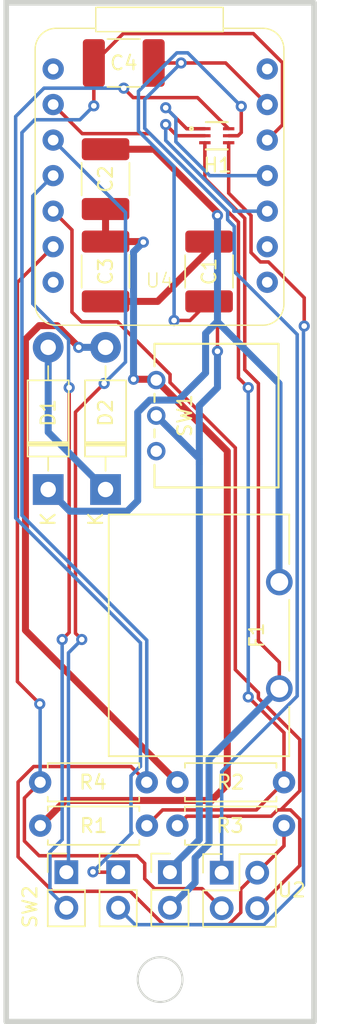
<source format=kicad_pcb>
(kicad_pcb (version 20221018) (generator pcbnew)
  (layers (0 "F.Cu" signal) (31 "B.Cu" signal) (34 "B.Paste" user) (35 "F.Paste" user) (36 "B.SilkS" user "B.Silkscreen") (37 "F.SilkS" user "F.Silkscreen") (38 "B.Mask" user) (39 "F.Mask" user) (44 "Edge.Cuts" user))
  (net 0 "")
  (net 1 "Net-(B4-+)")
  (net 2 "Net-(B4--)")
  (net 3 "Net-(D1-K)")
  (net 4 "Net-(HBridge1-VDD)")
  (net 5 "Net-(D1-A)")
  (net 6 "Net-(D2-A)")
  (net 7 "Net-(HBridge1-Out1)")
  (net 8 "Net-(HBridge1-Out2)")
  (net 9 "Net-(U4-D0)")
  (net 10 "Net-(U2-VDD)")
  (net 11 "Net-(U2-SDA)")
  (net 12 "Net-(U2-SCL)")
  (net 14 "Net-(U2-GND)")
  (net 15 "unconnected-(U4-D1-Pad2)")
  (net 16 "unconnected-(U4-D2-Pad3)")
  (net 17 "Net-(U4-D6)")
  (net 18 "Net-(U4-D7)")
  (net 19 "unconnected-(U4-D8-Pad9)")
  (net 20 "Net-(HBridge1-In1)")
  (footprint "Diode_THT:D_DO-41_SOD81_P10.16mm_Horizontal" (layer "F.Cu") (at 117.6 107.88 90)
    (fp_text reference "D1" (at 5.48 0 90) (layer "F.SilkS"))
    (fp_text value "Rectifier Diode")
    (fp_text user "K" (at -2.12 0 90) (layer "F.SilkS"))
    (fp_line (start 1.34 0) (end 2.36 0) (stroke (width 0.12)) (layer "F.SilkS"))
    (fp_line (start 2.36 -1.47) (end 2.36 1.47) (stroke (width 0.12)) (layer "F.SilkS"))
    (fp_line (start 2.36 1.47) (end 7.8 1.47) (stroke (width 0.12)) (layer "F.SilkS"))
    (fp_line (start 3.14 -1.47) (end 3.14 1.47) (stroke (width 0.12)) (layer "F.SilkS"))
    (fp_line (start 3.26 -1.47) (end 3.26 1.47) (stroke (width 0.12)) (layer "F.SilkS"))
    (fp_line (start 3.38 -1.47) (end 3.38 1.47) (stroke (width 0.12)) (layer "F.SilkS"))
    (fp_line (start 7.8 -1.47) (end 2.36 -1.47) (stroke (width 0.12)) (layer "F.SilkS"))
    (fp_line (start 7.8 1.47) (end 7.8 -1.47) (stroke (width 0.12)) (layer "F.SilkS"))
    (fp_line (start 8.82 0) (end 7.8 0) (stroke (width 0.12)) (layer "F.SilkS"))
    (pad "1" thru_hole rect (at 0 0 90) (size 2.2 2.2) (drill 1.1) (layers "*.Cu" "*.Mask") (net 3 "Net-(D1-K)"))
    (pad "2" thru_hole oval (at 10.16 0 90) (size 2.2 2.2) (drill 1.1) (layers "*.Cu" "*.Mask") (net 5 "Net-(D1-A)"))
  )
  (footprint "Connector_PinHeader_2.54mm:PinHeader_1x02_P2.54mm_Vertical" (layer "F.Cu") (at 118.9 135.225)
    (fp_text reference "SW2" (at -2.6 2.475 90) (layer "F.SilkS"))
    (fp_text value "Limit Switch")
    (fp_line (start -1.33 -1.33) (end 0 -1.33) (stroke (width 0.12)) (layer "F.SilkS"))
    (fp_line (start -1.33 0) (end -1.33 -1.33) (stroke (width 0.12)) (layer "F.SilkS"))
    (fp_line (start -1.33 1.27) (end -1.33 3.87) (stroke (width 0.12)) (layer "F.SilkS"))
    (fp_line (start -1.33 1.27) (end 1.33 1.27) (stroke (width 0.12)) (layer "F.SilkS"))
    (fp_line (start -1.33 3.87) (end 1.33 3.87) (stroke (width 0.12)) (layer "F.SilkS"))
    (fp_line (start 1.33 1.27) (end 1.33 3.87) (stroke (width 0.12)) (layer "F.SilkS"))
    (pad "1" thru_hole rect (at 0 0) (size 1.7 1.7) (drill 1) (layers "*.Cu" "*.Mask") (net 15 "unconnected-(U4-D1-Pad2)"))
    (pad "2" thru_hole oval (at 0 2.54) (size 1.7 1.7) (drill 1) (layers "*.Cu" "*.Mask") (net 16 "unconnected-(U4-D2-Pad3)"))
  )
  (footprint "NanoFloat Pressure Sensor:DRV8220DRLR" (layer "F.Cu") (at 129.6491 82.600001)
    (fp_text reference "H1" (at 0.0509 2.099999 unlocked) (layer "F.SilkS"))
    (fp_text value "~")
    (fp_line (start -0.7747 0.9779) (end 0.7747 0.9779) (stroke (width 0.1524)) (layer "F.SilkS"))
    (fp_line (start 0.7747 -0.9779) (end -0.7747 -0.9779) (stroke (width 0.1524)) (layer "F.SilkS"))
    (fp_circle (center -1.8081 -0.5) (end -1.7065 -0.5) (stroke (width 0.1524)) (fill none) (layer "F.SilkS"))
    (pad "1" smd rect (at -0.8509 -0.499999) (size 0.8128 0.2286) (layers "F.Cu" "F.Paste" "F.Mask") (net 20 "Net-(HBridge1-In1)"))
    (pad "2" smd rect (at -0.8509 0) (size 0.8128 0.2286) (layers "F.Cu" "F.Paste" "F.Mask") (net 19 "unconnected-(U4-D8-Pad9)"))
    (pad "3" smd rect (at -0.8509 0.499999) (size 0.8128 0.2286) (layers "F.Cu" "F.Paste" "F.Mask") (net 2 "Net-(B4--)"))
    (pad "4" smd rect (at 0.8509 0.499999) (size 0.8128 0.2286) (layers "F.Cu" "F.Paste" "F.Mask") (net 8 "Net-(HBridge1-Out2)"))
    (pad "5" smd rect (at 0.8509 0) (size 0.8128 0.2286) (layers "F.Cu" "F.Paste" "F.Mask") (net 1 "Net-(B4-+)"))
    (pad "6" smd rect (at 0.8509 -0.499999) (size 0.8128 0.2286) (layers "F.Cu" "F.Paste" "F.Mask") (net 7 "Net-(HBridge1-Out1)"))
  )
  (footprint "Capacitor_SMD:C_1812_4532Metric_Pad1.57x3.40mm_HandSolder" (layer "F.Cu") (at 121.7 85.7 90)
    (fp_text reference "C2" (at 0 0 90) (layer "F.SilkS"))
    (fp_text value "C_Small")
    (fp_line (start -1.161252 -1.71) (end 1.161252 -1.71) (stroke (width 0.12)) (layer "F.SilkS"))
    (fp_line (start -1.161252 1.71) (end 1.161252 1.71) (stroke (width 0.12)) (layer "F.SilkS"))
    (pad "1" smd roundrect (at -2.1375 0 90) (size 1.575 3.4) (layers "F.Cu" "F.Paste" "F.Mask") (roundrect_rratio 0.1587301587) (net 4 "Net-(HBridge1-VDD)"))
    (pad "2" smd roundrect (at 2.1375 0 90) (size 1.575 3.4) (layers "F.Cu" "F.Paste" "F.Mask") (roundrect_rratio 0.1587301587) (net 3 "Net-(D1-K)"))
  )
  (footprint "Capacitor_SMD:C_1812_4532Metric_Pad1.57x3.40mm_HandSolder" (layer "F.Cu") (at 129.1 92.3 90)
    (fp_text reference "C1" (at 0 0 90) (layer "F.SilkS"))
    (fp_text value "C_Small")
    (fp_line (start -1.161252 -1.71) (end 1.161252 -1.71) (stroke (width 0.12)) (layer "F.SilkS"))
    (fp_line (start -1.161252 1.71) (end 1.161252 1.71) (stroke (width 0.12)) (layer "F.SilkS"))
    (pad "1" smd roundrect (at -2.1375 0 90) (size 1.575 3.4) (layers "F.Cu" "F.Paste" "F.Mask") (roundrect_rratio 0.1587301587) (net 1 "Net-(B4-+)"))
    (pad "2" smd roundrect (at 2.1375 0 90) (size 1.575 3.4) (layers "F.Cu" "F.Paste" "F.Mask") (roundrect_rratio 0.1587301587) (net 3 "Net-(D1-K)"))
  )
  (footprint "Button_Switch_THT:SW_09.10290.01_EAO" (layer "F.Cu") (at 125.3249 102.6 90)
    (fp_text reference "SW1" (at 0 2.04 90 unlocked) (layer "F.SilkS"))
    (fp_text value "SW")
    (fp_line (start -5.1308 -0.127) (end -5.1308 8.7376) (stroke (width 0.1524)) (layer "F.SilkS"))
    (fp_line (start -5.1308 8.7376) (end 5.1308 8.7376) (stroke (width 0.1524)) (layer "F.SilkS"))
    (fp_line (start -3.524986 -0.127) (end -5.1308 -0.127) (stroke (width 0.1524)) (layer "F.SilkS"))
    (fp_line (start -0.984986 -0.127) (end -1.555014 -0.127) (stroke (width 0.1524)) (layer "F.SilkS"))
    (fp_line (start 1.555014 -0.127) (end 0.984986 -0.127) (stroke (width 0.1524)) (layer "F.SilkS"))
    (fp_line (start 5.1308 -0.127) (end 3.524986 -0.127) (stroke (width 0.1524)) (layer "F.SilkS"))
    (fp_line (start 5.1308 8.7376) (end 5.1308 -0.127) (stroke (width 0.1524)) (layer "F.SilkS"))
    (pad "1" thru_hole circle (at 0 0 90) (size 1.3208 1.3208) (drill 0.8128) (layers "*.Cu" "*.Mask") (net 1 "Net-(B4-+)"))
    (pad "2" thru_hole circle (at 2.54 0 90) (size 1.3208 1.3208) (drill 0.8128) (layers "*.Cu" "*.Mask") (net 4 "Net-(HBridge1-VDD)"))
    (pad "3" thru_hole circle (at -2.54 0 90) (size 1.3208 1.3208) (drill 0.8128) (layers "*.Cu" "*.Mask"))
  )
  (footprint "Connector_PinHeader_2.54mm:PinHeader_2x02_P2.54mm_Vertical" (layer "F.Cu") (at 130 135.26)
    (fp_text reference "U2" (at 5 1.24) (layer "F.SilkS"))
    (fp_text value "MS583730BA01-50")
    (fp_line (start -1.33 -1.33) (end 0 -1.33) (stroke (width 0.12)) (layer "F.SilkS"))
    (fp_line (start -1.33 0) (end -1.33 -1.33) (stroke (width 0.12)) (layer "F.SilkS"))
    (fp_line (start -1.33 1.27) (end -1.33 3.87) (stroke (width 0.12)) (layer "F.SilkS"))
    (fp_line (start -1.33 1.27) (end 1.27 1.27) (stroke (width 0.12)) (layer "F.SilkS"))
    (fp_line (start -1.33 3.87) (end 3.87 3.87) (stroke (width 0.12)) (layer "F.SilkS"))
    (fp_line (start 1.27 -1.33) (end 3.87 -1.33) (stroke (width 0.12)) (layer "F.SilkS"))
    (fp_line (start 1.27 1.27) (end 1.27 -1.33) (stroke (width 0.12)) (layer "F.SilkS"))
    (fp_line (start 3.87 -1.33) (end 3.87 3.87) (stroke (width 0.12)) (layer "F.SilkS"))
    (pad "1" thru_hole rect (at 0 0) (size 1.7 1.7) (drill 1) (layers "*.Cu" "*.Mask") (net 14 "Net-(U2-GND)"))
    (pad "2" thru_hole oval (at 2.54 0) (size 1.7 1.7) (drill 1) (layers "*.Cu" "*.Mask") (net 10 "Net-(U2-VDD)"))
    (pad "3" thru_hole oval (at 0 2.54) (size 1.7 1.7) (drill 1) (layers "*.Cu" "*.Mask") (net 12 "Net-(U2-SCL)"))
    (pad "4" thru_hole oval (at 2.54 2.54) (size 1.7 1.7) (drill 1) (layers "*.Cu" "*.Mask") (net 11 "Net-(U2-SDA)"))
  )
  (footprint "Connector_PinHeader_2.54mm:PinHeader_1x02_P2.54mm_Vertical" (layer "F.Cu") (at 126.3 135.225)
    (fp_text reference "B4" hide)
    (fp_text value "1.5V")
    (fp_line (start -1.33 -1.33) (end 0 -1.33) (stroke (width 0.12)) (layer "F.SilkS"))
    (fp_line (start -1.33 0) (end -1.33 -1.33) (stroke (width 0.12)) (layer "F.SilkS"))
    (fp_line (start -1.33 1.27) (end -1.33 3.87) (stroke (width 0.12)) (layer "F.SilkS"))
    (fp_line (start -1.33 1.27) (end 1.33 1.27) (stroke (width 0.12)) (layer "F.SilkS"))
    (fp_line (start -1.33 3.87) (end 1.33 3.87) (stroke (width 0.12)) (layer "F.SilkS"))
    (fp_line (start 1.33 1.27) (end 1.33 3.87) (stroke (width 0.12)) (layer "F.SilkS"))
    (pad "1" thru_hole rect (at 0 0) (size 1.7 1.7) (drill 1) (layers "*.Cu" "*.Mask") (net 1 "Net-(B4-+)"))
    (pad "2" thru_hole oval (at 0 2.54) (size 1.7 1.7) (drill 1) (layers "*.Cu" "*.Mask") (net 2 "Net-(B4--)"))
  )
  (footprint "Resistor_THT:R_Axial_DIN0207_L6.3mm_D2.5mm_P7.62mm_Horizontal" (layer "F.Cu") (at 117.0251 128.8)
    (fp_text reference "R4" (at 3.7749 0) (layer "F.SilkS"))
    (fp_text value "10kOhm")
    (fp_line (start 0.54 -1.37) (end 7.08 -1.37) (stroke (width 0.12)) (layer "F.SilkS"))
    (fp_line (start 0.54 -1.04) (end 0.54 -1.37) (stroke (width 0.12)) (layer "F.SilkS"))
    (fp_line (start 0.54 1.04) (end 0.54 1.37) (stroke (width 0.12)) (layer "F.SilkS"))
    (fp_line (start 0.54 1.37) (end 7.08 1.37) (stroke (width 0.12)) (layer "F.SilkS"))
    (fp_line (start 7.08 -1.37) (end 7.08 -1.04) (stroke (width 0.12)) (layer "F.SilkS"))
    (fp_line (start 7.08 1.37) (end 7.08 1.04) (stroke (width 0.12)) (layer "F.SilkS"))
    (pad "1" thru_hole circle (at 0 0) (size 1.6 1.6) (drill 0.8) (layers "*.Cu" "*.Mask") (net 12 "Net-(U2-SCL)"))
    (pad "2" thru_hole oval (at 7.62 0) (size 1.6 1.6) (drill 0.8) (layers "*.Cu" "*.Mask") (net 10 "Net-(U2-VDD)"))
  )
  (footprint "Capacitor_SMD:C_1812_4532Metric_Pad1.57x3.40mm_HandSolder" (layer "F.Cu") (at 123 77.4)
    (fp_text reference "C4" (at 0 0) (layer "F.SilkS"))
    (fp_text value "C_Small")
    (fp_line (start -1.161252 -1.71) (end 1.161252 -1.71) (stroke (width 0.12)) (layer "F.SilkS"))
    (fp_line (start -1.161252 1.71) (end 1.161252 1.71) (stroke (width 0.12)) (layer "F.SilkS"))
    (pad "1" smd roundrect (at -2.1375 0) (size 1.575 3.4) (layers "F.Cu" "F.Paste" "F.Mask") (roundrect_rratio 0.1587301587) (net 10 "Net-(U2-VDD)"))
    (pad "2" smd roundrect (at 2.1375 0) (size 1.575 3.4) (layers "F.Cu" "F.Paste" "F.Mask") (roundrect_rratio 0.1587301587) (net 14 "Net-(U2-GND)"))
  )
  (footprint "MINI-Fuse-Holder-H:FUSE_01530007Z" (layer "F.Cu") (at 126.5 118.3 -90)
    (fp_text reference "F1" (at 0 -6 90) (layer "F.SilkS"))
    (fp_text value "2A Fuse")
    (fp_line (start -8.636 -8.3312) (end -8.636 4.572) (stroke (width 0.127)) (layer "F.SilkS"))
    (fp_line (start -8.636 4.572) (end 8.636 4.572) (stroke (width 0.127)) (layer "F.SilkS"))
    (fp_line (start -5.1 -8.3312) (end -8.636 -8.3312) (stroke (width 0.127)) (layer "F.SilkS"))
    (fp_line (start 2.53 -8.3312) (end -2.53 -8.3312) (stroke (width 0.127)) (layer "F.SilkS"))
    (fp_line (start 8.636 -8.3312) (end 5.1 -8.3312) (stroke (width 0.127)) (layer "F.SilkS"))
    (fp_line (start 8.636 4.572) (end 8.636 -8.3312) (stroke (width 0.127)) (layer "F.SilkS"))
    (pad "" np_thru_hole circle (at 0 0 270) (size 2.0828 2.0828) (drill 2.0828) (layers "*.Cu" "*.Mask"))
    (pad "1" thru_hole circle (at -3.81 -7.62 270) (size 1.905 1.905) (drill 1.27) (layers "*.Cu" "*.Mask") (net 3 "Net-(D1-K)"))
    (pad "2" thru_hole circle (at 3.81 -7.62 270) (size 1.905 1.905) (drill 1.27) (layers "*.Cu" "*.Mask") (net 2 "Net-(B4--)"))
  )
  (footprint "Resistor_THT:R_Axial_DIN0207_L6.3mm_D2.5mm_P7.62mm_Horizontal" (layer "F.Cu") (at 126.8351 128.8)
    (fp_text reference "R2" (at 3.81 0) (layer "F.SilkS"))
    (fp_text value "220kOhm")
    (fp_line (start 0.54 -1.37) (end 7.08 -1.37) (stroke (width 0.12)) (layer "F.SilkS"))
    (fp_line (start 0.54 -1.04) (end 0.54 -1.37) (stroke (width 0.12)) (layer "F.SilkS"))
    (fp_line (start 0.54 1.04) (end 0.54 1.37) (stroke (width 0.12)) (layer "F.SilkS"))
    (fp_line (start 0.54 1.37) (end 7.08 1.37) (stroke (width 0.12)) (layer "F.SilkS"))
    (fp_line (start 7.08 -1.37) (end 7.08 -1.04) (stroke (width 0.12)) (layer "F.SilkS"))
    (fp_line (start 7.08 1.37) (end 7.08 1.04) (stroke (width 0.12)) (layer "F.SilkS"))
    (pad "1" thru_hole circle (at 0 0) (size 1.6 1.6) (drill 0.8) (layers "*.Cu" "*.Mask") (net 6 "Net-(D2-A)"))
    (pad "2" thru_hole oval (at 7.62 0) (size 1.6 1.6) (drill 0.8) (layers "*.Cu" "*.Mask") (net 9 "Net-(U4-D0)"))
  )
  (footprint "Connector_PinHeader_2.54mm:PinHeader_1x02_P2.54mm_Vertical" (layer "F.Cu") (at 122.6 135.225)
    (fp_text reference "M1" hide)
    (fp_text value "Motor_DC")
    (fp_line (start -1.33 -1.33) (end 0 -1.33) (stroke (width 0.12)) (layer "F.SilkS"))
    (fp_line (start -1.33 0) (end -1.33 -1.33) (stroke (width 0.12)) (layer "F.SilkS"))
    (fp_line (start -1.33 1.27) (end -1.33 3.87) (stroke (width 0.12)) (layer "F.SilkS"))
    (fp_line (start -1.33 1.27) (end 1.33 1.27) (stroke (width 0.12)) (layer "F.SilkS"))
    (fp_line (start -1.33 3.87) (end 1.33 3.87) (stroke (width 0.12)) (layer "F.SilkS"))
    (fp_line (start 1.33 1.27) (end 1.33 3.87) (stroke (width 0.12)) (layer "F.SilkS"))
    (pad "1" thru_hole rect (at 0 0) (size 1.7 1.7) (drill 1) (layers "*.Cu" "*.Mask") (net 7 "Net-(HBridge1-Out1)"))
    (pad "2" thru_hole oval (at 0 2.54) (size 1.7 1.7) (drill 1) (layers "*.Cu" "*.Mask") (net 8 "Net-(HBridge1-Out2)"))
  )
  (footprint "Diode_THT:D_DO-41_SOD81_P10.16mm_Horizontal" (layer "F.Cu") (at 121.7 107.88 90)
    (fp_text reference "D2" (at 5.48 0 90) (layer "F.SilkS"))
    (fp_text value "Rectifier Diode")
    (fp_text user "K" (at -2.12 -0.7 90) (layer "F.SilkS"))
    (fp_line (start 1.34 0) (end 2.36 0) (stroke (width 0.12)) (layer "F.SilkS"))
    (fp_line (start 2.36 -1.47) (end 2.36 1.47) (stroke (width 0.12)) (layer "F.SilkS"))
    (fp_line (start 2.36 1.47) (end 7.8 1.47) (stroke (width 0.12)) (layer "F.SilkS"))
    (fp_line (start 3.14 -1.47) (end 3.14 1.47) (stroke (width 0.12)) (layer "F.SilkS"))
    (fp_line (start 3.26 -1.47) (end 3.26 1.47) (stroke (width 0.12)) (layer "F.SilkS"))
    (fp_line (start 3.38 -1.47) (end 3.38 1.47) (stroke (width 0.12)) (layer "F.SilkS"))
    (fp_line (start 7.8 -1.47) (end 2.36 -1.47) (stroke (width 0.12)) (layer "F.SilkS"))
    (fp_line (start 7.8 1.47) (end 7.8 -1.47) (stroke (width 0.12)) (layer "F.SilkS"))
    (fp_line (start 8.82 0) (end 7.8 0) (stroke (width 0.12)) (layer "F.SilkS"))
    (pad "1" thru_hole rect (at 0 0 90) (size 2.2 2.2) (drill 1.1) (layers "*.Cu" "*.Mask") (net 5 "Net-(D1-A)"))
    (pad "2" thru_hole oval (at 10.16 0 90) (size 2.2 2.2) (drill 1.1) (layers "*.Cu" "*.Mask") (net 6 "Net-(D2-A)"))
  )
  (footprint "Resistor_THT:R_Axial_DIN0207_L6.3mm_D2.5mm_P7.62mm_Horizontal" (layer "F.Cu") (at 117.0351 131.9)
    (fp_text reference "R1" (at 3.81 0) (layer "F.SilkS"))
    (fp_text value "220kOhm")
    (fp_line (start 0.54 -1.37) (end 7.08 -1.37) (stroke (width 0.12)) (layer "F.SilkS"))
    (fp_line (start 0.54 -1.04) (end 0.54 -1.37) (stroke (width 0.12)) (layer "F.SilkS"))
    (fp_line (start 0.54 1.04) (end 0.54 1.37) (stroke (width 0.12)) (layer "F.SilkS"))
    (fp_line (start 0.54 1.37) (end 7.08 1.37) (stroke (width 0.12)) (layer "F.SilkS"))
    (fp_line (start 7.08 -1.37) (end 7.08 -1.04) (stroke (width 0.12)) (layer "F.SilkS"))
    (fp_line (start 7.08 1.37) (end 7.08 1.04) (stroke (width 0.12)) (layer "F.SilkS"))
    (pad "1" thru_hole circle (at 0 0) (size 1.6 1.6) (drill 0.8) (layers "*.Cu" "*.Mask") (net 4 "Net-(HBridge1-VDD)"))
    (pad "2" thru_hole oval (at 7.62 0) (size 1.6 1.6) (drill 0.8) (layers "*.Cu" "*.Mask") (net 9 "Net-(U4-D0)"))
  )
  (footprint "XIAO_ESP32C3:XIAO_ESP32C3_THT" (layer "F.Cu") (at 125.5575 87.8704)
    (fp_text reference "U4" (at 0 5.08 unlocked) (layer "F.SilkS") (effects (font (thickness 0.1))))
    (fp_text value "XiaoESP32C3")
    (fp_line (start -8.89 6.77) (end -8.88934 -11.44934) (stroke (width 0.1)) (layer "F.SilkS"))
    (fp_line (start -7.38934 -12.94934) (end -4.56 -12.95) (stroke (width 0.1)) (layer "F.SilkS"))
    (fp_line (start 7.38934 8.26934) (end -7.39 8.27) (stroke (width 0.1)) (layer "F.SilkS"))
    (fp_line (start 7.39 -12.95) (end 4.56 -12.95) (stroke (width 0.1)) (layer "F.SilkS"))
    (fp_line (start 8.89 -11.45) (end 8.88934 6.76934) (stroke (width 0.1)) (layer "F.SilkS"))
    (fp_rect (start -4.555 -14.4454) (end 4.555 -12.71) (stroke (width 0.1)) (fill none) (layer "F.SilkS"))
    (fp_arc (start -8.88934 -11.44934) (mid -8.45 -12.51) (end -7.38934 -12.94934) (stroke (width 0.1)) (layer "F.SilkS"))
    (fp_arc (start -7.39 8.27) (mid -8.45066 7.83066) (end -8.89 6.77) (stroke (width 0.1)) (layer "F.SilkS"))
    (fp_arc (start 7.39 -12.95) (mid 8.45066 -12.51066) (end 8.89 -11.45) (stroke (width 0.1)) (layer "F.SilkS"))
    (fp_arc (start 8.88934 6.76934) (mid 8.45 7.83) (end 7.38934 8.26934) (stroke (width 0.1)) (layer "F.SilkS"))
    (pad "0" thru_hole circle (at -7.6 -10.04) (size 1.524 1.524) (drill 0.762) (layers "*.Cu" "*.Mask"))
    (pad "1" thru_hole circle (at -7.6 -7.5) (size 1.524 1.524) (drill 0.762) (layers "*.Cu" "*.Mask") (net 9 "Net-(U4-D0)"))
    (pad "2" thru_hole circle (at -7.6 -4.96) (size 1.524 1.524) (drill 0.762) (layers "*.Cu" "*.Mask") (net 15 "unconnected-(U4-D1-Pad2)"))
    (pad "3" thru_hole circle (at -7.6 -2.42) (size 1.524 1.524) (drill 0.762) (layers "*.Cu" "*.Mask") (net 16 "unconnected-(U4-D2-Pad3)"))
    (pad "3V3" thru_hole circle (at 7.7 -4.96) (size 1.524 1.524) (drill 0.762) (layers "*.Cu" "*.Mask") (net 10 "Net-(U2-VDD)"))
    (pad "4" thru_hole circle (at -7.6 0.12) (size 1.524 1.524) (drill 0.762) (layers "*.Cu" "*.Mask") (net 11 "Net-(U2-SDA)"))
    (pad "5" thru_hole circle (at -7.6 2.66) (size 1.524 1.524) (drill 0.762) (layers "*.Cu" "*.Mask") (net 12 "Net-(U2-SCL)"))
    (pad "5V" thru_hole circle (at 7.7 -10.04) (size 1.524 1.524) (drill 0.762) (layers "*.Cu" "*.Mask"))
    (pad "6" thru_hole circle (at -7.6 5.2) (size 1.524 1.524) (drill 0.762) (layers "*.Cu" "*.Mask"))
    (pad "7" thru_hole circle (at 7.7 5.2) (size 1.524 1.524) (drill 0.762) (layers "*.Cu" "*.Mask") (net 17 "Net-(U4-D6)"))
    (pad "8" thru_hole circle (at 7.7 2.66) (size 1.524 1.524) (drill 0.762) (layers "*.Cu" "*.Mask") (net 18 "Net-(U4-D7)"))
    (pad "9" thru_hole circle (at 7.7 0.12) (size 1.524 1.524) (drill 0.762) (layers "*.Cu" "*.Mask") (net 19 "unconnected-(U4-D8-Pad9)"))
    (pad "10" thru_hole circle (at 7.7 -2.42) (size 1.524 1.524) (drill 0.762) (layers "*.Cu" "*.Mask") (net 20 "Net-(HBridge1-In1)"))
    (pad "GND" thru_hole circle (at 7.7 -7.5) (size 1.524 1.524) (drill 0.762) (layers "*.Cu" "*.Mask") (net 14 "Net-(U2-GND)"))
  )
  (footprint "Resistor_THT:R_Axial_DIN0207_L6.3mm_D2.5mm_P7.62mm_Horizontal" (layer "F.Cu") (at 134.4551 131.9 180)
    (fp_text reference "R3" (at 3.8551 0) (layer "F.SilkS"))
    (fp_text value "10kOhm")
    (fp_line (start 0.54 -1.37) (end 7.08 -1.37) (stroke (width 0.12)) (layer "F.SilkS"))
    (fp_line (start 0.54 -1.04) (end 0.54 -1.37) (stroke (width 0.12)) (layer "F.SilkS"))
    (fp_line (start 0.54 1.04) (end 0.54 1.37) (stroke (width 0.12)) (layer "F.SilkS"))
    (fp_line (start 0.54 1.37) (end 7.08 1.37) (stroke (width 0.12)) (layer "F.SilkS"))
    (fp_line (start 7.08 -1.37) (end 7.08 -1.04) (stroke (width 0.12)) (layer "F.SilkS"))
    (fp_line (start 7.08 1.37) (end 7.08 1.04) (stroke (width 0.12)) (layer "F.SilkS"))
    (pad "1" thru_hole circle (at 0 0 180) (size 1.6 1.6) (drill 0.8) (layers "*.Cu" "*.Mask") (net 10 "Net-(U2-VDD)"))
    (pad "2" thru_hole oval (at 7.62 0 180) (size 1.6 1.6) (drill 0.8) (layers "*.Cu" "*.Mask") (net 11 "Net-(U2-SDA)"))
  )
  (footprint "Capacitor_SMD:C_1812_4532Metric_Pad1.57x3.40mm_HandSolder" (layer "F.Cu") (at 121.7 92.3 90)
    (fp_text reference "C3" (at 0 0 90) (layer "F.SilkS"))
    (fp_text value "C_Small")
    (fp_line (start -1.161252 -1.71) (end 1.161252 -1.71) (stroke (width 0.12)) (layer "F.SilkS"))
    (fp_line (start -1.161252 1.71) (end 1.161252 1.71) (stroke (width 0.12)) (layer "F.SilkS"))
    (pad "1" smd roundrect (at -2.1375 0 90) (size 1.575 3.4) (layers "F.Cu" "F.Paste" "F.Mask") (roundrect_rratio 0.1587301587) (net 3 "Net-(D1-K)"))
    (pad "2" smd roundrect (at 2.1375 0 90) (size 1.575 3.4) (layers "F.Cu" "F.Paste" "F.Mask") (roundrect_rratio 0.1587301587) (net 4 "Net-(HBridge1-VDD)"))
  )
  (gr_rect (start 114.6 73.1) (end 136.6 145.9) (stroke (width 0.4)) (fill none) (layer "Edge.Cuts"))
  (gr_circle (center 125.6 142.9) (end 127.2 142.9) (stroke (width 0.15)) (fill none) (layer "Edge.Cuts"))
  (segment (start 129.1 94.4375) (end 127.7375 95.8) (width 0.25) (layer "F.Cu") (net 1))
  (segment (start 131.170701 82.600001) (end 131.4 82.370702) (width 0.25) (layer "F.Cu") (net 1))
  (segment (start 131.4 82.370702) (end 131.4 80.5) (width 0.25) (layer "F.Cu") (net 1))
  (segment (start 130.5 82.600001) (end 131.170701 82.600001) (width 0.25) (layer "F.Cu") (net 1))
  (segment (start 127.7375 95.8) (end 126.6 95.8) (width 0.25) (layer "F.Cu") (net 1))
  (segment (start 129.7 98) (end 129.7 94.4375) (width 0.25) (layer "F.Cu") (net 1))
  (via (at 126.6 95.8) (size 0.8) (drill 0.4) (layers "F.Cu" "B.Cu") (net 1))
  (via (at 129.7 98) (size 0.8) (drill 0.4) (layers "F.Cu" "B.Cu") (net 1))
  (via (at 131.4 80.5) (size 0.8) (drill 0.4) (layers "F.Cu" "B.Cu") (net 1))
  (segment (start 126.3 135.225) (end 126.3 135) (width 0.5) (layer "B.Cu") (net 1))
  (segment (start 128.4 132.9) (end 128.4 106.1) (width 0.5) (layer "B.Cu") (net 1))
  (segment (start 124.05 79.424695) (end 126.687348 76.787347) (width 0.25) (layer "B.Cu") (net 1))
  (segment (start 127.575 76.675) (end 126.799695 76.675) (width 0.25) (layer "B.Cu") (net 1))
  (segment (start 124.05 82.261091) (end 124.05 79.424695) (width 0.25) (layer "B.Cu") (net 1))
  (segment (start 131.4 80.5) (end 127.575 76.675) (width 0.25) (layer "B.Cu") (net 1))
  (segment (start 128.4 106.1) (end 128.4 105.6751) (width 0.5) (layer "B.Cu") (net 1))
  (segment (start 128.4 101.9) (end 128.4 106.1) (width 0.5) (layer "B.Cu") (net 1))
  (segment (start 126.799695 76.675) (end 126.637347 76.837347) (width 0.25) (layer "B.Cu") (net 1))
  (segment (start 126.3 135) (end 128.4 132.9) (width 0.5) (layer "B.Cu") (net 1))
  (segment (start 126.6 84.811091) (end 124.05 82.261091) (width 0.25) (layer "B.Cu") (net 1))
  (segment (start 129.7 98) (end 129.7 100.6) (width 0.5) (layer "B.Cu") (net 1))
  (segment (start 126.6 95.8) (end 126.6 84.811091) (width 0.25) (layer "B.Cu") (net 1))
  (segment (start 128.4 105.6751) (end 125.3249 102.6) (width 0.5) (layer "B.Cu") (net 1))
  (segment (start 129.7 100.6) (end 128.4 101.9) (width 0.5) (layer "B.Cu") (net 1))
  (segment (start 132.625 100.299695) (end 131.65 99.324695) (width 0.25) (layer "F.Cu") (net 2))
  (segment (start 128.7982 83.1) (end 128.7982 85.6482) (width 0.25) (layer "F.Cu") (net 2))
  (segment (start 128.7982 85.6482) (end 131.65 88.5) (width 0.25) (layer "F.Cu") (net 2))
  (segment (start 134.12 120.22) (end 132.625 118.725) (width 0.25) (layer "F.Cu") (net 2))
  (segment (start 134.12 122.11) (end 134.12 120.22) (width 0.25) (layer "F.Cu") (net 2))
  (segment (start 131.65 99.324695) (end 131.65 88.5) (width 0.25) (layer "F.Cu") (net 2))
  (segment (start 132.625 118.725) (end 132.625 100.299695) (width 0.25) (layer "F.Cu") (net 2))
  (segment (start 126.3 137.765) (end 128.1 135.965) (width 0.5) (layer "B.Cu") (net 2))
  (segment (start 129.1 133.189949) (end 129.1 127.13) (width 0.5) (layer "B.Cu") (net 2))
  (segment (start 129.1 127.13) (end 134.12 122.11) (width 0.5) (layer "B.Cu") (net 2))
  (segment (start 128.1 134.18995) (end 129.1 133.189949) (width 0.5) (layer "B.Cu") (net 2))
  (segment (start 128.1 135.965) (end 128.1 134.18995) (width 0.5) (layer "B.Cu") (net 2))
  (segment (start 121.7 94.4375) (end 125.425 94.4375) (width 0.5) (layer "F.Cu") (net 3))
  (segment (start 121.7 83.5625) (end 125.174633 83.5625) (width 0.5) (layer "F.Cu") (net 3))
  (segment (start 129.7 88.3) (end 129.7 90.1625) (width 0.5) (layer "F.Cu") (net 3))
  (segment (start 125.174633 83.5625) (end 129.7 88.087867) (width 0.5) (layer "F.Cu") (net 3))
  (segment (start 129.7 88.087867) (end 129.7 88.3) (width 0.5) (layer "F.Cu") (net 3))
  (segment (start 125.425 94.4375) (end 129.7 90.1625) (width 0.5) (layer "F.Cu") (net 3))
  (via (at 129.7 88.3) (size 0.8) (drill 0.4) (layers "F.Cu" "B.Cu") (net 3))
  (segment (start 128.85 96.725) (end 129.7 95.875) (width 0.5) (layer "B.Cu") (net 3))
  (segment (start 129.7 88.3) (end 129.7 95.875) (width 0.5) (layer "B.Cu") (net 3))
  (segment (start 128.85 99.55) (end 128.85 96.725) (width 0.5) (layer "B.Cu") (net 3))
  (segment (start 124.864957 101.4896) (end 126.9104 101.4896) (width 0.5) (layer "B.Cu") (net 3))
  (segment (start 119.15 109.43) (end 123.25 109.43) (width 0.5) (layer "B.Cu") (net 3))
  (segment (start 126.9104 101.4896) (end 128.85 99.55) (width 0.5) (layer "B.Cu") (net 3))
  (segment (start 129.7 95.9) (end 129.7 95.875) (width 0.5) (layer "B.Cu") (net 3))
  (segment (start 123.25 109.43) (end 124 108.68) (width 0.5) (layer "B.Cu") (net 3))
  (segment (start 117.6 107.88) (end 119.15 109.43) (width 0.5) (layer "B.Cu") (net 3))
  (segment (start 134.1 114.47) (end 134.1 100.3) (width 0.5) (layer "B.Cu") (net 3))
  (segment (start 124 108.68) (end 124 102.354557) (width 0.5) (layer "B.Cu") (net 3))
  (segment (start 134.1 100.3) (end 129.7 95.9) (width 0.5) (layer "B.Cu") (net 3))
  (segment (start 124 102.354557) (end 124.864957 101.4896) (width 0.5) (layer "B.Cu") (net 3))
  (segment (start 134.12 114.49) (end 134.1 114.47) (width 0.5) (layer "B.Cu") (net 3))
  (segment (start 130.4 128.973372) (end 130.4 105.1351) (width 0.5) (layer "F.Cu") (net 4))
  (segment (start 118.8351 130.1) (end 129.273372 130.1) (width 0.5) (layer "F.Cu") (net 4))
  (segment (start 121.7 87.8375) (end 121.7 90.1625) (width 0.5) (layer "F.Cu") (net 4))
  (segment (start 125.2649 100) (end 125.3249 100.06) (width 0.5) (layer "F.Cu") (net 4))
  (segment (start 124.4 90.2) (end 124.3625 90.1625) (width 0.5) (layer "F.Cu") (net 4))
  (segment (start 130.4 105.1351) (end 125.3249 100.06) (width 0.5) (layer "F.Cu") (net 4))
  (segment (start 124.3625 90.1625) (end 121.7 90.1625) (width 0.5) (layer "F.Cu") (net 4))
  (segment (start 129.273372 130.1) (end 130.4 128.973372) (width 0.5) (layer "F.Cu") (net 4))
  (segment (start 123.7 100) (end 125.2649 100) (width 0.5) (layer "F.Cu") (net 4))
  (segment (start 117.0351 131.9) (end 118.8351 130.1) (width 0.5) (layer "F.Cu") (net 4))
  (via (at 124.4 90.2) (size 0.8) (drill 0.4) (layers "F.Cu" "B.Cu") (net 4))
  (via (at 123.7 100) (size 0.8) (drill 0.4) (layers "F.Cu" "B.Cu") (net 4))
  (segment (start 123.7 90.9) (end 124.4 90.2) (width 0.5) (layer "B.Cu") (net 4))
  (segment (start 123.7 100) (end 123.7 90.9) (width 0.5) (layer "B.Cu") (net 4))
  (segment (start 117.6 103.78) (end 117.6 97.72) (width 0.5) (layer "B.Cu") (net 5))
  (segment (start 121.7 107.88) (end 117.6 103.78) (width 0.5) (layer "B.Cu") (net 5))
  (segment (start 115.975 97.152968) (end 115.975 117.9399) (width 0.5) (layer "F.Cu") (net 6))
  (segment (start 119.78 97.707968) (end 118.242032 96.17) (width 0.5) (layer "F.Cu") (net 6))
  (segment (start 116.957968 96.17) (end 115.975 97.152968) (width 0.5) (layer "F.Cu") (net 6))
  (segment (start 118.242032 96.17) (end 116.957968 96.17) (width 0.5) (layer "F.Cu") (net 6))
  (segment (start 115.975 117.9399) (end 126.8351 128.8) (width 0.5) (layer "F.Cu") (net 6))
  (segment (start 119.78 97.72) (end 119.78 97.707968) (width 0.5) (layer "F.Cu") (net 6))
  (via (at 119.78 97.72) (size 0.8) (drill 0.4) (layers "F.Cu" "B.Cu") (net 6))
  (segment (start 119.78 97.72) (end 121.7 97.72) (width 0.5) (layer "B.Cu") (net 6))
  (segment (start 123.675 79.875) (end 128.274998 79.875) (width 0.25) (layer "F.Cu") (net 7))
  (segment (start 122.6 135.225) (end 120.825 135.225) (width 0.25) (layer "F.Cu") (net 7))
  (segment (start 128.274998 79.875) (end 130.5 82.100002) (width 0.25) (layer "F.Cu") (net 7))
  (segment (start 123 79.2) (end 123.675 79.875) (width 0.25) (layer "F.Cu") (net 7))
  (segment (start 120.825 135.225) (end 120.8 135.2) (width 0.25) (layer "F.Cu") (net 7))
  (via (at 120.8 135.2) (size 0.8) (drill 0.4) (layers "F.Cu" "B.Cu") (net 7))
  (via (at 123 79.2) (size 0.8) (drill 0.4) (layers "F.Cu" "B.Cu") (net 7))
  (segment (start 124.1951 127.675) (end 124.1951 118.831496) (width 0.25) (layer "B.Cu") (net 7))
  (segment (start 115.275 81.225) (end 117.3 79.2) (width 0.25) (layer "B.Cu") (net 7))
  (segment (start 123.582055 132.417945) (end 123.5201 132.35599) (width 0.25) (layer "B.Cu") (net 7))
  (segment (start 124.179109 127.675) (end 124.1951 127.675) (width 0.25) (layer "B.Cu") (net 7))
  (segment (start 124.1951 118.831496) (end 115.275 109.911396) (width 0.25) (layer "B.Cu") (net 7))
  (segment (start 115.275 109.911396) (end 115.275 81.225) (width 0.25) (layer "B.Cu") (net 7))
  (segment (start 117.3 79.2) (end 123 79.2) (width 0.25) (layer "B.Cu") (net 7))
  (segment (start 123.5201 132.35599) (end 123.5201 128.334009) (width 0.25) (layer "B.Cu") (net 7))
  (segment (start 123.5201 128.334009) (end 124.179109 127.675) (width 0.25) (layer "B.Cu") (net 7))
  (segment (start 120.8 135.2) (end 123.582055 132.417945) (width 0.25) (layer "B.Cu") (net 7))
  (segment (start 132.1 90.95) (end 132.1 88.3) (width 0.25) (layer "F.Cu") (net 8))
  (segment (start 135.9 94.175649) (end 133.341751 91.6174) (width 0.25) (layer "F.Cu") (net 8))
  (segment (start 133.341751 91.6174) (end 132.7674 91.6174) (width 0.25) (layer "F.Cu") (net 8))
  (segment (start 130.5 83.1) (end 130.5 86.7) (width 0.25) (layer "F.Cu") (net 8))
  (segment (start 130.5 86.7) (end 132.1 88.3) (width 0.25) (layer "F.Cu") (net 8))
  (segment (start 132.7674 91.6174) (end 132.1 90.95) (width 0.25) (layer "F.Cu") (net 8))
  (segment (start 135.9 96.2) (end 135.9 94.175649) (width 0.25) (layer "F.Cu") (net 8))
  (via (at 135.9 96.2) (size 0.8) (drill 0.4) (layers "F.Cu" "B.Cu") (net 8))
  (segment (start 123.81 138.975) (end 133.026701 138.975) (width 0.25) (layer "B.Cu") (net 8))
  (segment (start 122.6 137.765) (end 123.81 138.975) (width 0.25) (layer "B.Cu") (net 8))
  (segment (start 133.026701 138.975) (end 135.8475 136.154201) (width 0.25) (layer "B.Cu") (net 8))
  (segment (start 135.8475 96.2525) (end 135.9 96.2) (width 0.25) (layer "B.Cu") (net 8))
  (segment (start 135.8475 136.154201) (end 135.8475 96.2525) (width 0.25) (layer "B.Cu") (net 8))
  (segment (start 131.2 88.774695) (end 131.2 99.9) (width 0.25) (layer "F.Cu") (net 9))
  (segment (start 134.4551 128.8) (end 132.4801 130.775) (width 0.25) (layer "F.Cu") (net 9))
  (segment (start 134.4551 125.2551) (end 131.9 122.7) (width 0.25) (layer "F.Cu") (net 9))
  (segment (start 134.4551 128.8) (end 134.4551 125.2551) (width 0.25) (layer "F.Cu") (net 9))
  (segment (start 117.9575 80.3704) (end 120.0371 82.45) (width 0.25) (layer "F.Cu") (net 9))
  (segment (start 132.4801 130.775) (end 125.7801 130.775) (width 0.25) (layer "F.Cu") (net 9))
  (segment (start 120.0371 82.45) (end 124.875305 82.45) (width 0.25) (layer "F.Cu") (net 9))
  (segment (start 131.2 99.9) (end 131.9 100.6) (width 0.25) (layer "F.Cu") (net 9))
  (segment (start 124.875305 82.45) (end 131.2 88.774695) (width 0.25) (layer "F.Cu") (net 9))
  (segment (start 125.7801 130.775) (end 124.6551 131.9) (width 0.25) (layer "F.Cu") (net 9))
  (via (at 131.9 122.7) (size 0.8) (drill 0.4) (layers "F.Cu" "B.Cu") (net 9))
  (via (at 131.9 100.6) (size 0.8) (drill 0.4) (layers "F.Cu" "B.Cu") (net 9))
  (segment (start 131.9 100.6) (end 131.9 122.7) (width 0.25) (layer "B.Cu") (net 9))
  (segment (start 125.848299 138.975) (end 130.49 138.975) (width 0.25) (layer "F.Cu") (net 10))
  (segment (start 115.45 134.125) (end 117.915 136.59) (width 0.25) (layer "F.Cu") (net 10))
  (segment (start 131.365 136.435) (end 132.54 135.26) (width 0.25) (layer "F.Cu") (net 10))
  (segment (start 116.559109 127.675) (end 115.45 128.784109) (width 0.25) (layer "F.Cu") (net 10))
  (segment (start 133.2575 82.9104) (end 134.3445 81.8234) (width 0.25) (layer "F.Cu") (net 10))
  (segment (start 123.463299 136.59) (end 125.848299 138.975) (width 0.25) (layer "F.Cu") (net 10))
  (segment (start 123.5201 127.675) (end 116.559109 127.675) (width 0.25) (layer "F.Cu") (net 10))
  (segment (start 120.8625 80.4625) (end 120.8625 77.4) (width 0.25) (layer "F.Cu") (net 10))
  (segment (start 134.3445 77.380149) (end 132.264351 75.3) (width 0.25) (layer "F.Cu") (net 10))
  (segment (start 115.45 128.784109) (end 115.45 134.125) (width 0.25) (layer "F.Cu") (net 10))
  (segment (start 131.365 138.1) (end 131.365 136.435) (width 0.25) (layer "F.Cu") (net 10))
  (segment (start 124.6451 128.8) (end 123.5201 127.675) (width 0.25) (layer "F.Cu") (net 10))
  (segment (start 134.3445 81.8234) (end 134.3445 77.380149) (width 0.25) (layer "F.Cu") (net 10))
  (segment (start 117.915 136.59) (end 123.463299 136.59) (width 0.25) (layer "F.Cu") (net 10))
  (segment (start 122.9625 75.3) (end 120.8625 77.4) (width 0.25) (layer "F.Cu") (net 10))
  (segment (start 130.49 138.975) (end 131.365 138.1) (width 0.25) (layer "F.Cu") (net 10))
  (segment (start 134.4551 133.3449) (end 134.4551 131.9) (width 0.25) (layer "F.Cu") (net 10))
  (segment (start 132.54 135.26) (end 134.4551 133.3449) (width 0.25) (layer "F.Cu") (net 10))
  (segment (start 132.264351 75.3) (end 122.9625 75.3) (width 0.25) (layer "F.Cu") (net 10))
  (via (at 120.8625 80.4625) (size 0.8) (drill 0.4) (layers "F.Cu" "B.Cu") (net 10))
  (segment (start 115.725 109.725) (end 115.725 82.375) (width 0.25) (layer "B.Cu") (net 10))
  (segment (start 115.725 82.375) (end 116.6426 81.4574) (width 0.25) (layer "B.Cu") (net 10))
  (segment (start 124.6451 128.8) (end 124.6451 118.6451) (width 0.25) (layer "B.Cu") (net 10))
  (segment (start 119.8676 81.4574) (end 120.8625 80.4625) (width 0.25) (layer "B.Cu") (net 10))
  (segment (start 124.6451 118.6451) (end 115.725 109.725) (width 0.25) (layer "B.Cu") (net 10))
  (segment (start 116.6426 81.4574) (end 119.8676 81.4574) (width 0.25) (layer "B.Cu") (net 10))
  (segment (start 119.3 95.2) (end 119.3 89.3329) (width 0.25) (layer "F.Cu") (net 11))
  (segment (start 130.975 120.749695) (end 130.975 104.896927) (width 0.25) (layer "F.Cu") (net 11))
  (segment (start 133.989109 130.775) (end 134.225 130.775) (width 0.25) (layer "F.Cu") (net 11))
  (segment (start 132.625 122.399695) (end 130.975 120.749695) (width 0.25) (layer "F.Cu") (net 11))
  (segment (start 133.989109 130.775) (end 134.921091 130.775) (width 0.25) (layer "F.Cu") (net 11))
  (segment (start 122.558467 95.9) (end 120 95.9) (width 0.25) (layer "F.Cu") (net 11))
  (segment (start 134.225 130.775) (end 135.5801 129.4199) (width 0.25) (layer "F.Cu") (net 11))
  (segment (start 135.5801 131.434009) (end 135.5801 134.7599) (width 0.25) (layer "F.Cu") (net 11))
  (segment (start 120 95.9) (end 119.3 95.2) (width 0.25) (layer "F.Cu") (net 11))
  (segment (start 135.5801 134.7599) (end 132.54 137.8) (width 0.25) (layer "F.Cu") (net 11))
  (segment (start 127.5101 131.225) (end 133.539109 131.225) (width 0.25) (layer "F.Cu") (net 11))
  (segment (start 134.921091 130.775) (end 135.5801 131.434009) (width 0.25) (layer "F.Cu") (net 11))
  (segment (start 126.8351 131.9) (end 127.5101 131.225) (width 0.25) (layer "F.Cu") (net 11))
  (segment (start 135.5801 129.4199) (end 135.5801 125.743704) (width 0.25) (layer "F.Cu") (net 11))
  (segment (start 119.3 89.3329) (end 117.9575 87.9904) (width 0.25) (layer "F.Cu") (net 11))
  (segment (start 133.539109 131.225) (end 133.989109 130.775) (width 0.25) (layer "F.Cu") (net 11))
  (segment (start 130.975 104.896927) (end 126.3103 100.232228) (width 0.25) (layer "F.Cu") (net 11))
  (segment (start 132.625 122.788604) (end 132.625 122.399695) (width 0.25) (layer "F.Cu") (net 11))
  (segment (start 135.5801 125.743704) (end 132.625 122.788604) (width 0.25) (layer "F.Cu") (net 11))
  (segment (start 126.3103 99.651833) (end 122.558467 95.9) (width 0.25) (layer "F.Cu") (net 11))
  (segment (start 126.3103 100.232228) (end 126.3103 99.651833) (width 0.25) (layer "F.Cu") (net 11))
  (segment (start 124.5 135.7) (end 124.5 134.6) (width 0.25) (layer "F.Cu") (net 12))
  (segment (start 116.95 134.05) (end 115.9 133) (width 0.25) (layer "F.Cu") (net 12))
  (segment (start 115.4 93.0879) (end 117.9575 90.5304) (width 0.25) (layer "F.Cu") (net 12))
  (segment (start 123.95 134.05) (end 116.95 134.05) (width 0.25) (layer "F.Cu") (net 12))
  (segment (start 125.2 136.4) (end 124.5 135.7) (width 0.25) (layer "F.Cu") (net 12))
  (segment (start 128.6 136.4) (end 125.2 136.4) (width 0.25) (layer "F.Cu") (net 12))
  (segment (start 115.9 129.9251) (end 117.0251 128.8) (width 0.25) (layer "F.Cu") (net 12))
  (segment (start 130 137.8) (end 128.6 136.4) (width 0.25) (layer "F.Cu") (net 12))
  (segment (start 117 123.2) (end 115.4 121.6) (width 0.25) (layer "F.Cu") (net 12))
  (segment (start 115.4 121.6) (end 115.4 93.0879) (width 0.25) (layer "F.Cu") (net 12))
  (segment (start 124.5 134.6) (end 123.95 134.05) (width 0.25) (layer "F.Cu") (net 12))
  (segment (start 115.9 133) (end 115.9 129.9251) (width 0.25) (layer "F.Cu") (net 12))
  (via (at 117 123.2) (size 0.8) (drill 0.4) (layers "F.Cu" "B.Cu") (net 12))
  (segment (start 117 123.2) (end 117.0251 123.2251) (width 0.25) (layer "B.Cu") (net 12))
  (segment (start 117.0251 123.2251) (end 117.0251 128.8) (width 0.25) (layer "B.Cu") (net 12))
  (segment (start 125.1375 77.4) (end 127.1 77.4) (width 0.25) (layer "F.Cu") (net 14))
  (segment (start 127.1 77.4) (end 130.2871 77.4) (width 0.25) (layer "F.Cu") (net 14))
  (segment (start 130.2871 77.4) (end 133.2575 80.3704) (width 0.25) (layer "F.Cu") (net 14))
  (via (at 127.1 77.4) (size 0.8) (drill 0.4) (layers "F.Cu" "B.Cu") (net 14))
  (segment (start 130.425 87.999695) (end 124.5 82.074695) (width 0.25) (layer "B.Cu") (net 14))
  (segment (start 130.9 92.3) (end 130.9 89.075305) (width 0.25) (layer "B.Cu") (net 14))
  (segment (start 130.9 89.075305) (end 130.425 88.600305) (width 0.25) (layer "B.Cu") (net 14))
  (segment (start 124.5 82.074695) (end 124.5 80) (width 0.25) (layer "B.Cu") (net 14))
  (segment (start 135.3975 96.7975) (end 130.9 92.3) (width 0.25) (layer "B.Cu") (net 14))
  (segment (start 135.3975 122.639158) (end 135.3975 96.7975) (width 0.25) (layer "B.Cu") (net 14))
  (segment (start 130.425 88.600305) (end 130.425 87.999695) (width 0.25) (layer "B.Cu") (net 14))
  (segment (start 130 128.036658) (end 135.3975 122.639158) (width 0.25) (layer "B.Cu") (net 14))
  (segment (start 130 135.26) (end 130 128.036658) (width 0.25) (layer "B.Cu") (net 14))
  (segment (start 124.5 80) (end 127.1 77.4) (width 0.25) (layer "B.Cu") (net 14))
  (segment (start 121.6 100.3) (end 119.55 102.35) (width 0.25) (layer "F.Cu") (net 15))
  (segment (start 119.55 118.15) (end 120 118.6) (width 0.25) (layer "F.Cu") (net 15))
  (segment (start 119.55 118.1) (end 119.55 118.15) (width 0.25) (layer "F.Cu") (net 15))
  (segment (start 119.55 102.35) (end 119.55 118.1) (width 0.25) (layer "F.Cu") (net 15))
  (via (at 120 118.6) (size 0.8) (drill 0.4) (layers "F.Cu" "B.Cu") (net 15))
  (via (at 121.6 100.3) (size 0.8) (drill 0.4) (layers "F.Cu" "B.Cu") (net 15))
  (segment (start 119.05 119.55) (end 119.05 135.075) (width 0.25) (layer "B.Cu") (net 15))
  (segment (start 123.125 98.775) (end 121.6 100.3) (width 0.25) (layer "B.Cu") (net 15))
  (segment (start 123.125 88.0779) (end 123.125 98.775) (width 0.25) (layer "B.Cu") (net 15))
  (segment (start 120 118.6) (end 119.05 119.55) (width 0.25) (layer "B.Cu") (net 15))
  (segment (start 117.9575 82.9104) (end 123.125 88.0779) (width 0.25) (layer "B.Cu") (net 15))
  (segment (start 119.05 135.075) (end 118.9 135.225) (width 0.25) (layer "B.Cu") (net 15))
  (segment (start 119.1 100.6) (end 119.1 118.1) (width 0.25) (layer "F.Cu") (net 16))
  (segment (start 119.1 118.1) (end 118.6 118.6) (width 0.25) (layer "F.Cu") (net 16))
  (segment (start 118.6 118.6) (end 118.7 118.5) (width 0.25) (layer "F.Cu") (net 16))
  (via (at 119.1 100.6) (size 0.8) (drill 0.4) (layers "F.Cu" "B.Cu") (net 16))
  (via (at 118.6 118.6) (size 0.8) (drill 0.4) (layers "F.Cu" "B.Cu") (net 16))
  (segment (start 118.9 137.765) (end 117.725 136.59) (width 0.25) (layer "B.Cu") (net 16))
  (segment (start 119.055 100.555) (end 119.055 97.159745) (width 0.25) (layer "B.Cu") (net 16))
  (segment (start 118.6 132.9) (end 118.6 118.6) (width 0.25) (layer "B.Cu") (net 16))
  (segment (start 119.1 100.6) (end 119.055 100.555) (width 0.25) (layer "B.Cu") (net 16))
  (segment (start 117.725 136.59) (end 117.725 133.775) (width 0.25) (layer "B.Cu") (net 16))
  (segment (start 119.055 97.159745) (end 116.5 94.604745) (width 0.25) (layer "B.Cu") (net 16))
  (segment (start 117.725 133.775) (end 118.6 132.9) (width 0.25) (layer "B.Cu") (net 16))
  (segment (start 116.5 94.604745) (end 116.5 86.9079) (width 0.25) (layer "B.Cu") (net 16))
  (segment (start 116.5 86.9079) (end 117.9575 85.4504) (width 0.25) (layer "B.Cu") (net 16))
  (segment (start 126.800001 82.600001) (end 128.7982 82.600001) (width 0.25) (layer "F.Cu") (net 19))
  (segment (start 126 81.8) (end 126.800001 82.600001) (width 0.25) (layer "F.Cu") (net 19))
  (via (at 126 81.8) (size 0.8) (drill 0.4) (layers "F.Cu" "B.Cu") (net 19))
  (segment (start 130.875 87.813299) (end 130.875 87.9904) (width 0.25) (layer "B.Cu") (net 19))
  (segment (start 126 82.938299) (end 130.875 87.813299) (width 0.25) (layer "B.Cu") (net 19))
  (segment (start 126 81.8) (end 126 82.938299) (width 0.25) (layer "B.Cu") (net 19))
  (segment (start 130.875 87.9904) (end 133.2575 87.9904) (width 0.25) (layer "B.Cu") (net 19))
  (segment (start 126 80.6) (end 127.500002 82.100002) (width 0.25) (layer "F.Cu") (net 20))
  (segment (start 127.500002 82.100002) (end 128.7982 82.100002) (width 0.25) (layer "F.Cu") (net 20))
  (via (at 126 80.6) (size 0.8) (drill 0.4) (layers "F.Cu" "B.Cu") (net 20))
  (segment (start 129.148497 85.4504) (end 133.2575 85.4504) (width 0.25) (layer "B.Cu") (net 20))
  (segment (start 126.725 81.325) (end 126.725 83.026903) (width 0.25) (layer "B.Cu") (net 20))
  (segment (start 126 80.6) (end 126.725 81.325) (width 0.25) (layer "B.Cu") (net 20))
  (segment (start 126.725 83.026903) (end 129.148497 85.4504) (width 0.25) (layer "B.Cu") (net 20))
)
</source>
